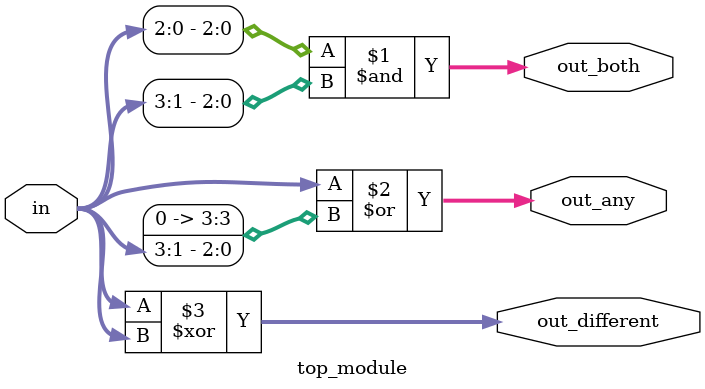
<source format=sv>
module top_module (
    input [3:0] in,
    output [2:0] out_both,
    output [3:0] out_any,
    output [3:0] out_different
);

    // bitwise AND operation
    assign out_both = in[2:0] & in[3:1];
    
    // bitwise OR operation
    assign out_any = in | {1'b0, in[3:1]};
    
    // bitwise XOR operation
    assign out_different = in ^ {in[3:1], in[0]};

endmodule

</source>
